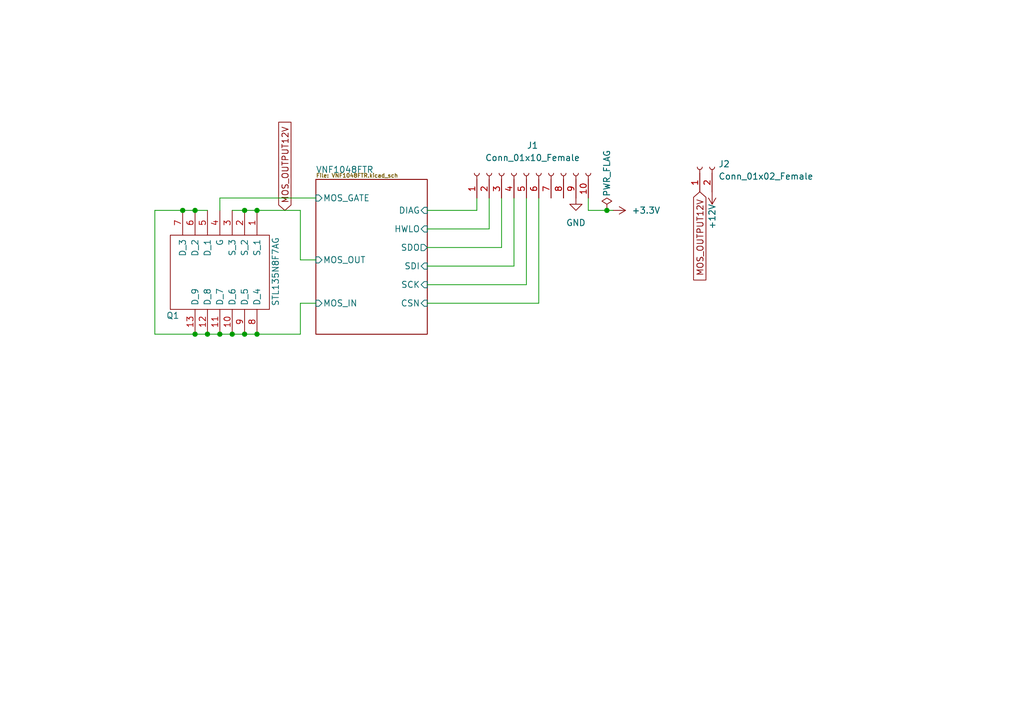
<source format=kicad_sch>
(kicad_sch (version 20211123) (generator eeschema)
  (paper "A5")
  (lib_symbols
    (symbol "Connector:Conn_01x02_Female" (pin_names (offset 1.016) hide)
      (property "Reference" "J" (at 0 2.54 0))
      (property "Value" "Conn_01x02_Female" (at 0 -5.08 0))
      (symbol "Conn_01x02_Female_1_1"
        (arc (start 0 -2.032) (mid -0.508 -2.54) (end 0 -3.048) (stroke (width 0.1524)))
        (polyline (pts (xy -1.27 -2.54) (xy -0.508 -2.54)) (stroke (width 0.1524)))
        (polyline (pts (xy -1.27 0) (xy -0.508 0)) (stroke (width 0.1524)))
        (arc (start 0 0.508) (mid -0.508 0) (end 0 -0.508) (stroke (width 0.1524)))
        (pin passive line (at -5.08 0 0) (length 3.81) (name "Pin_1") (number "1"))
        (pin passive line (at -5.08 -2.54 0) (length 3.81) (name "Pin_2") (number "2"))
      )
    )
    (symbol "Connector:Conn_01x10_Female" (pin_names (offset 1.016) hide)
      (property "Reference" "J" (at 0 12.7 0))
      (property "Value" "Conn_01x10_Female" (at 0 -15.24 0))
      (symbol "Conn_01x10_Female_1_1"
        (arc (start 0 -12.192) (mid -0.508 -12.7) (end 0 -13.208) (stroke (width 0.1524)))
        (arc (start 0 -9.652) (mid -0.508 -10.16) (end 0 -10.668) (stroke (width 0.1524)))
        (arc (start 0 -7.112) (mid -0.508 -7.62) (end 0 -8.128) (stroke (width 0.1524)))
        (arc (start 0 -4.572) (mid -0.508 -5.08) (end 0 -5.588) (stroke (width 0.1524)))
        (arc (start 0 -2.032) (mid -0.508 -2.54) (end 0 -3.048) (stroke (width 0.1524)))
        (polyline (pts (xy -1.27 -12.7) (xy -0.508 -12.7)) (stroke (width 0.1524)))
        (polyline (pts (xy -1.27 -10.16) (xy -0.508 -10.16)) (stroke (width 0.1524)))
        (polyline (pts (xy -1.27 -7.62) (xy -0.508 -7.62)) (stroke (width 0.1524)))
        (polyline (pts (xy -1.27 -5.08) (xy -0.508 -5.08)) (stroke (width 0.1524)))
        (polyline (pts (xy -1.27 -2.54) (xy -0.508 -2.54)) (stroke (width 0.1524)))
        (polyline (pts (xy -1.27 0) (xy -0.508 0)) (stroke (width 0.1524)))
        (polyline (pts (xy -1.27 2.54) (xy -0.508 2.54)) (stroke (width 0.1524)))
        (polyline (pts (xy -1.27 5.08) (xy -0.508 5.08)) (stroke (width 0.1524)))
        (polyline (pts (xy -1.27 7.62) (xy -0.508 7.62)) (stroke (width 0.1524)))
        (polyline (pts (xy -1.27 10.16) (xy -0.508 10.16)) (stroke (width 0.1524)))
        (arc (start 0 0.508) (mid -0.508 0) (end 0 -0.508) (stroke (width 0.1524)))
        (arc (start 0 3.048) (mid -0.508 2.54) (end 0 2.032) (stroke (width 0.1524)))
        (arc (start 0 5.588) (mid -0.508 5.08) (end 0 4.572) (stroke (width 0.1524)))
        (arc (start 0 8.128) (mid -0.508 7.62) (end 0 7.112) (stroke (width 0.1524)))
        (arc (start 0 10.668) (mid -0.508 10.16) (end 0 9.652) (stroke (width 0.1524)))
        (pin passive line (at -5.08 10.16 0) (length 3.81) (name "Pin_1") (number "1"))
        (pin passive line (at -5.08 -12.7 0) (length 3.81) (name "Pin_10") (number "10"))
        (pin passive line (at -5.08 7.62 0) (length 3.81) (name "Pin_2") (number "2"))
        (pin passive line (at -5.08 5.08 0) (length 3.81) (name "Pin_3") (number "3"))
        (pin passive line (at -5.08 2.54 0) (length 3.81) (name "Pin_4") (number "4"))
        (pin passive line (at -5.08 0 0) (length 3.81) (name "Pin_5") (number "5"))
        (pin passive line (at -5.08 -2.54 0) (length 3.81) (name "Pin_6") (number "6"))
        (pin passive line (at -5.08 -5.08 0) (length 3.81) (name "Pin_7") (number "7"))
        (pin passive line (at -5.08 -7.62 0) (length 3.81) (name "Pin_8") (number "8"))
        (pin passive line (at -5.08 -10.16 0) (length 3.81) (name "Pin_9") (number "9"))
      )
    )
    (symbol "PDM_additional:STL135N8F7AG" (pin_names (offset 0.762))
      (property "Reference" "Q" (at 21.59 7.62 0))
      (property "Value" "STL135N8F7AG" (at 21.59 5.08 0))
      (symbol "STL135N8F7AG_0_0"
        (pin passive line (at 0 0 0) (length 5.08) (name "S_1") (number "1"))
        (pin passive line (at 25.4 -5.08 180) (length 5.08) (name "D_6") (number "10"))
        (pin passive line (at 25.4 -7.62 180) (length 5.08) (name "D_7") (number "11"))
        (pin passive line (at 25.4 -10.16 180) (length 5.08) (name "D_8") (number "12"))
        (pin passive line (at 25.4 -12.7 180) (length 5.08) (name "D_9") (number "13"))
        (pin passive line (at 0 -2.54 0) (length 5.08) (name "S_2") (number "2"))
        (pin passive line (at 0 -5.08 0) (length 5.08) (name "S_3") (number "3"))
        (pin passive line (at 0 -7.62 0) (length 5.08) (name "G") (number "4"))
        (pin passive line (at 0 -10.16 0) (length 5.08) (name "D_1") (number "5"))
        (pin passive line (at 0 -12.7 0) (length 5.08) (name "D_2") (number "6"))
        (pin passive line (at 0 -15.24 0) (length 5.08) (name "D_3") (number "7"))
        (pin passive line (at 25.4 0 180) (length 5.08) (name "D_4") (number "8"))
        (pin passive line (at 25.4 -2.54 180) (length 5.08) (name "D_5") (number "9"))
      )
      (symbol "STL135N8F7AG_0_1"
        (polyline (pts (xy 5.08 2.54) (xy 20.32 2.54) (xy 20.32 -17.78) (xy 5.08 -17.78) (xy 5.08 2.54)) (stroke (width 0.1524)))
      )
    )
    (symbol "power:+12V" (power) (pin_names (offset 0))
      (property "Value" "+12V" (at 0 3.556 0))
      (symbol "+12V_0_1"
        (polyline (pts (xy -0.762 1.27) (xy 0 2.54)))
        (polyline (pts (xy 0 0) (xy 0 2.54)))
        (polyline (pts (xy 0 2.54) (xy 0.762 1.27)))
      )
      (symbol "+12V_1_1"
        (pin power_in line (at 0 0 90) (length 0) hide (name "+12V") (number "1"))
      )
    )
    (symbol "power:+3.3V" (power) (pin_names (offset 0))
      (property "Value" "+3.3V" (at 0 3.556 0))
      (symbol "+3.3V_0_1"
        (polyline (pts (xy -0.762 1.27) (xy 0 2.54)))
        (polyline (pts (xy 0 0) (xy 0 2.54)))
        (polyline (pts (xy 0 2.54) (xy 0.762 1.27)))
      )
      (symbol "+3.3V_1_1"
        (pin power_in line (at 0 0 90) (length 0) hide (name "+3.3V") (number "1"))
      )
    )
    (symbol "power:GND" (power) (pin_names (offset 0))
      (property "Value" "GND" (at 0 -3.81 0))
      (symbol "GND_0_1"
        (polyline (pts (xy 0 0) (xy 0 -1.27) (xy 1.27 -1.27) (xy 0 -2.54) (xy -1.27 -1.27) (xy 0 -1.27)))
      )
      (symbol "GND_1_1"
        (pin power_in line (at 0 0 270) (length 0) hide (name "GND") (number "1"))
      )
    )
    (symbol "power:PWR_FLAG" (power) (pin_numbers hide) (pin_names (offset 0) hide)
      (property "Value" "PWR_FLAG" (at 0 3.81 0))
      (symbol "PWR_FLAG_0_0"
        (pin power_out line (at 0 0 90) (length 0) (name "pwr") (number "1"))
      )
      (symbol "PWR_FLAG_0_1"
        (polyline (pts (xy 0 0) (xy 0 1.27) (xy -1.016 1.905) (xy 0 2.54) (xy 1.016 1.905) (xy 0 1.27)))
      )
    )
  )
  (junction (at 124.46 43.18))
  (junction (at 50.165 43.18))
  (junction (at 45.085 68.58))
  (junction (at 52.705 43.18))
  (junction (at 42.545 68.58))
  (junction (at 40.005 43.18))
  (junction (at 50.165 68.58))
  (junction (at 40.005 68.58))
  (junction (at 52.705 68.58))
  (junction (at 47.625 68.58))
  (junction (at 37.465 43.18))
  (wire (pts (xy 40.005 43.18) (xy 42.545 43.18)))
  (wire (pts (xy 87.63 54.61) (xy 105.41 54.61)))
  (wire (pts (xy 124.46 43.18) (xy 125.73 43.18)))
  (wire (pts (xy 61.595 43.18) (xy 52.705 43.18)))
  (wire (pts (xy 61.595 62.23) (xy 61.595 68.58)))
  (wire (pts (xy 110.49 62.23) (xy 110.49 40.64)))
  (wire (pts (xy 64.77 53.34) (xy 61.595 53.34)))
  (wire (pts (xy 97.79 43.18) (xy 97.79 40.64)))
  (wire (pts (xy 87.63 43.18) (xy 97.79 43.18)))
  (wire (pts (xy 50.165 68.58) (xy 47.625 68.58)))
  (wire (pts (xy 31.75 43.18) (xy 37.465 43.18)))
  (wire (pts (xy 102.87 50.8) (xy 102.87 40.64)))
  (wire (pts (xy 87.63 50.8) (xy 102.87 50.8)))
  (wire (pts (xy 64.77 40.64) (xy 45.085 40.64)))
  (wire (pts (xy 105.41 54.61) (xy 105.41 40.64)))
  (wire (pts (xy 61.595 68.58) (xy 52.705 68.58)))
  (wire (pts (xy 31.75 68.58) (xy 31.75 43.18)))
  (wire (pts (xy 40.005 68.58) (xy 31.75 68.58)))
  (wire (pts (xy 87.63 62.23) (xy 110.49 62.23)))
  (wire (pts (xy 61.595 53.34) (xy 61.595 43.18)))
  (wire (pts (xy 120.65 43.18) (xy 124.46 43.18)))
  (wire (pts (xy 47.625 68.58) (xy 45.085 68.58)))
  (wire (pts (xy 42.545 68.58) (xy 40.005 68.58)))
  (wire (pts (xy 87.63 58.42) (xy 107.95 58.42)))
  (wire (pts (xy 45.085 68.58) (xy 42.545 68.58)))
  (wire (pts (xy 37.465 43.18) (xy 40.005 43.18)))
  (wire (pts (xy 64.77 62.23) (xy 61.595 62.23)))
  (wire (pts (xy 50.165 43.18) (xy 47.625 43.18)))
  (wire (pts (xy 52.705 68.58) (xy 50.165 68.58)))
  (wire (pts (xy 120.65 40.64) (xy 120.65 43.18)))
  (wire (pts (xy 100.33 46.99) (xy 100.33 40.64)))
  (wire (pts (xy 45.085 40.64) (xy 45.085 43.18)))
  (wire (pts (xy 52.705 43.18) (xy 50.165 43.18)))
  (wire (pts (xy 107.95 58.42) (xy 107.95 40.64)))
  (wire (pts (xy 87.63 46.99) (xy 100.33 46.99)))
  (global_label "MOS_OUTPUT12V" (shape input) (at 58.42 43.18 90) (property "Intersheet References" "${INTERSHEET_REFS}" (effects hide)))
  (global_label "MOS_OUTPUT12V" (shape input) (at 143.51 39.37 270) (property "Intersheet References" "${INTERSHEET_REFS}" (effects hide)))
  (symbol (lib_id "Connector:Conn_01x10_Female") (at 107.95 35.56 90) (unit 1)
    (property "Reference" "J1" (at 109.22 29.845 90))
    (property "Value" "Conn_01x10_Female" (at 109.22 32.385 90))
    (property "Footprint" "Connector_PinHeader_2.54mm:PinHeader_1x10_P2.54mm_Vertical" (effects hide))
  )
  (symbol (lib_id "power:+12V") (at 146.05 39.37 180) (unit 1)
    (property "Reference" "#PWR0108" (effects hide))
    (property "Value" "+12V" (at 146.05 44.45 90))
  )
  (symbol (lib_id "power:+3.3V") (at 125.73 43.18 270) (unit 1)
    (property "Reference" "#PWR0110" (effects hide))
    (property "Value" "+3.3V" (at 129.54 43.1799 90) (effects (justify left)))
  )
  (symbol (lib_id "power:PWR_FLAG") (at 124.46 43.18 0) (unit 1)
    (property "Reference" "#FLG0101" (effects hide))
    (property "Value" "PWR_FLAG" (at 124.46 35.56 90))
  )
  (symbol (lib_id "Connector:Conn_01x02_Female") (at 143.51 34.29 90) (unit 1)
    (property "Reference" "J2" (at 147.32 33.6549 90) (effects (justify right)))
    (property "Value" "Conn_01x02_Female" (at 147.32 36.1949 90) (effects (justify right)))
    (property "Footprint" "Connector_AMASS:AMASS_XT30U-M_1x02_P5.0mm_Vertical" (effects hide))
  )
  (symbol (lib_id "power:GND") (at 118.11 40.64 0) (unit 1)
    (property "Reference" "#PWR0111" (effects hide))
    (property "Value" "GND" (at 118.11 45.72 0))
  )
  (symbol (lib_id "PDM_additional:STL135N8F7AG") (at 52.705 43.18 270) (unit 1)
    (property "Reference" "Q1" (at 36.83 64.77 90) (effects (justify right)))
    (property "Value" "STL135N8F7AG" (at 56.515 62.865 0) (effects (justify right)))
    (property "Footprint" "PDM_Additional:STL135N8F7AG" (effects hide))
    (property "Datasheet" "http://www.st.com/content/ccc/resource/technical/document/datasheet/7e/25/d4/aa/c0/6f/4d/26/DM00224699.pdf/files/DM00224699.pdf/jcr:content/translations/en.DM00224699.pdf" (effects hide))
    (property "Description" "MOSFET LGS LV MOSFET" (effects hide))
    (property "Height" "1" (effects hide))
    (property "Manufacturer_Name" "STMicroelectronics" (effects hide))
    (property "Manufacturer_Part_Number" "STL135N8F7AG" (effects hide))
    (property "Mouser Part Number" "511-STL135N8F7AG" (effects hide))
    (property "Mouser Price/Stock" "https://www.mouser.co.uk/ProductDetail/STMicroelectronics/STL135N8F7AG?qs=mKNKSX85ZJfYM25C6f130w%3D%3D" (effects hide))
  )
  (sheet (at 64.77 36.83) (size 22.86 31.75) (stroke (width 0.1524))
    (property "Sheet name" "VNF1048FTR" (at 64.77 35.56 0) (effects (justify left bottom)))
    (property "Sheet file" "VNF1048FTR.kicad_sch" (at 64.77 35.56 0) (effects (font (size 0.8 0.8)) (justify left top)))
    (pin "MOS_IN" input (at 64.77 62.23 180))
    (pin "MOS_GATE" input (at 64.77 40.64 180))
    (pin "MOS_OUT" input (at 64.77 53.34 180))
    (pin "SCK" input (at 87.63 58.42 0))
    (pin "CSN" input (at 87.63 62.23 0))
    (pin "SDI" input (at 87.63 54.61 0))
    (pin "SDO" output (at 87.63 50.8 0))
    (pin "DIAG" input (at 87.63 43.18 0))
    (pin "HWLO" input (at 87.63 46.99 0))
  )
)
</source>
